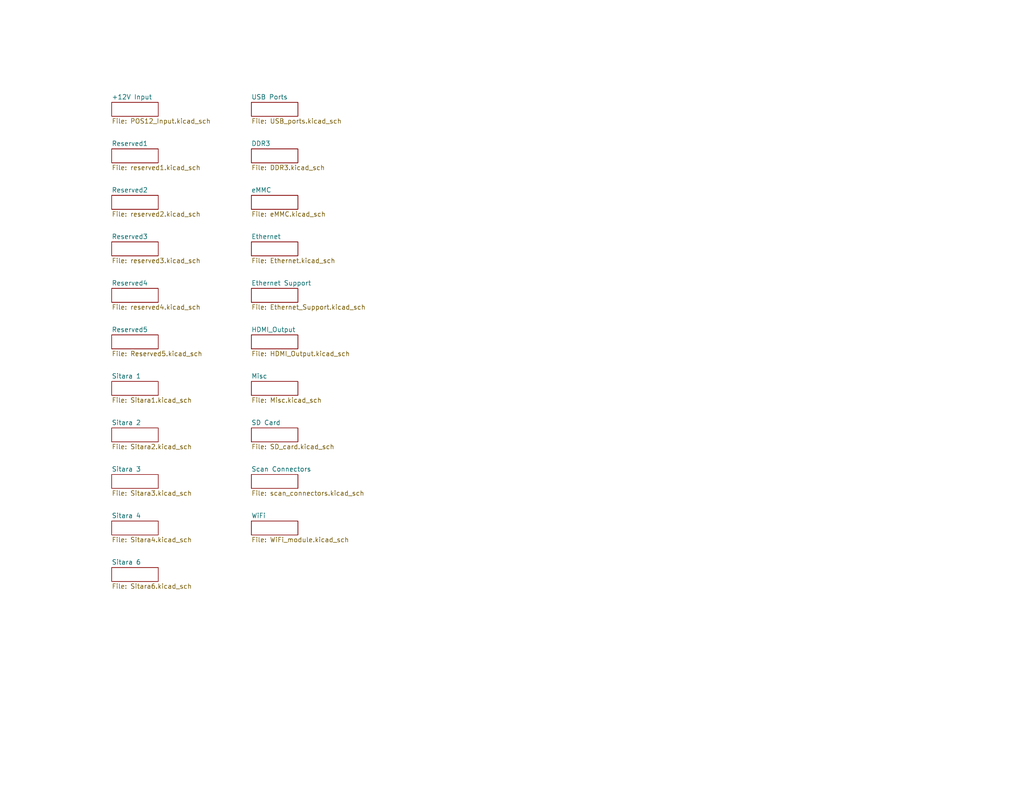
<source format=kicad_sch>
(kicad_sch (version 20211123) (generator eeschema)
  (paper "A")
  (title_block (title "drewSBC") (date "2022-06-26") (rev "PRELIM") (company "Drew Maatman"))
  (lib_symbols)
  (sheet (at 30.48 27.94) (size 12.7 3.81) (stroke (width 0.1524))
    (property "Sheet name" "+12V Input" (at 30.48 27.2284 0) (effects (justify left bottom)))
    (property "Sheet file" "POS12_Input.kicad_sch" (at 30.48 32.3346 0) (effects (justify left top)))
  )
  (sheet (at 30.48 104.14) (size 12.7 3.81) (stroke (width 0.1524))
    (property "Sheet name" "Sitara 1" (at 30.48 103.4284 0) (effects (justify left bottom)))
    (property "Sheet file" "Sitara1.kicad_sch" (at 30.48 108.5346 0) (effects (justify left top)))
  )
  (sheet (at 68.58 129.54) (size 12.7 3.81) (stroke (width 0.1524))
    (property "Sheet name" "Scan Connectors" (at 68.58 128.8284 0) (effects (justify left bottom)))
    (property "Sheet file" "scan_connectors.kicad_sch" (at 68.58 133.9346 0) (effects (justify left top)))
  )
  (sheet (at 30.48 78.74) (size 12.7 3.81) (stroke (width 0.1524))
    (property "Sheet name" "Reserved4" (at 30.48 78.0284 0) (effects (justify left bottom)))
    (property "Sheet file" "reserved4.kicad_sch" (at 30.48 83.1346 0) (effects (justify left top)))
  )
  (sheet (at 30.48 129.54) (size 12.7 3.81) (stroke (width 0.1524))
    (property "Sheet name" "Sitara 3" (at 30.48 128.8284 0) (effects (justify left bottom)))
    (property "Sheet file" "Sitara3.kicad_sch" (at 30.48 133.9346 0) (effects (justify left top)))
  )
  (sheet (at 68.58 104.14) (size 12.7 3.81) (stroke (width 0.1524))
    (property "Sheet name" "Misc" (at 68.58 103.4284 0) (effects (justify left bottom)))
    (property "Sheet file" "Misc.kicad_sch" (at 68.58 108.5346 0) (effects (justify left top)))
  )
  (sheet (at 68.58 66.04) (size 12.7 3.81) (stroke (width 0.1524))
    (property "Sheet name" "Ethernet" (at 68.58 65.3284 0) (effects (justify left bottom)))
    (property "Sheet file" "Ethernet.kicad_sch" (at 68.58 70.4346 0) (effects (justify left top)))
  )
  (sheet (at 68.58 27.94) (size 12.7 3.81) (stroke (width 0.1524))
    (property "Sheet name" "USB Ports" (at 68.58 27.2284 0) (effects (justify left bottom)))
    (property "Sheet file" "USB_ports.kicad_sch" (at 68.58 32.3346 0) (effects (justify left top)))
  )
  (sheet (at 30.48 91.44) (size 12.7 3.81) (stroke (width 0.1524))
    (property "Sheet name" "Reserved5" (at 30.48 90.7284 0) (effects (justify left bottom)))
    (property "Sheet file" "Reserved5.kicad_sch" (at 30.48 95.8346 0) (effects (justify left top)))
  )
  (sheet (at 30.48 154.94) (size 12.7 3.81) (stroke (width 0.1524))
    (property "Sheet name" "Sitara 6" (at 30.48 154.2284 0) (effects (justify left bottom)))
    (property "Sheet file" "Sitara6.kicad_sch" (at 30.48 159.3346 0) (effects (justify left top)))
  )
  (sheet (at 30.48 142.24) (size 12.7 3.81) (stroke (width 0.1524))
    (property "Sheet name" "Sitara 4" (at 30.48 141.5284 0) (effects (justify left bottom)))
    (property "Sheet file" "Sitara4.kicad_sch" (at 30.48 146.6346 0) (effects (justify left top)))
  )
  (sheet (at 30.48 40.64) (size 12.7 3.81) (stroke (width 0.1524))
    (property "Sheet name" "Reserved1" (at 30.48 39.9284 0) (effects (justify left bottom)))
    (property "Sheet file" "reserved1.kicad_sch" (at 30.48 45.0346 0) (effects (justify left top)))
  )
  (sheet (at 30.48 66.04) (size 12.7 3.81) (stroke (width 0.1524))
    (property "Sheet name" "Reserved3" (at 30.48 65.3284 0) (effects (justify left bottom)))
    (property "Sheet file" "reserved3.kicad_sch" (at 30.48 70.4346 0) (effects (justify left top)))
  )
  (sheet (at 30.48 53.34) (size 12.7 3.81) (stroke (width 0.1524))
    (property "Sheet name" "Reserved2" (at 30.48 52.6284 0) (effects (justify left bottom)))
    (property "Sheet file" "reserved2.kicad_sch" (at 30.48 57.7346 0) (effects (justify left top)))
  )
  (sheet (at 68.58 91.44) (size 12.7 3.81) (stroke (width 0.1524))
    (property "Sheet name" "HDMI_Output" (at 68.58 90.7284 0) (effects (justify left bottom)))
    (property "Sheet file" "HDMI_Output.kicad_sch" (at 68.58 95.8346 0) (effects (justify left top)))
  )
  (sheet (at 68.58 53.34) (size 12.7 3.81) (stroke (width 0.1524))
    (property "Sheet name" "eMMC" (at 68.58 52.6284 0) (effects (justify left bottom)))
    (property "Sheet file" "eMMC.kicad_sch" (at 68.58 57.7346 0) (effects (justify left top)))
  )
  (sheet (at 30.48 116.84) (size 12.7 3.81) (stroke (width 0.1524))
    (property "Sheet name" "Sitara 2" (at 30.48 116.1284 0) (effects (justify left bottom)))
    (property "Sheet file" "Sitara2.kicad_sch" (at 30.48 121.2346 0) (effects (justify left top)))
  )
  (sheet (at 68.58 78.74) (size 12.7 3.81) (stroke (width 0.1524))
    (property "Sheet name" "Ethernet Support" (at 68.58 78.0284 0) (effects (justify left bottom)))
    (property "Sheet file" "Ethernet_Support.kicad_sch" (at 68.58 83.1346 0) (effects (justify left top)))
  )
  (sheet (at 68.58 40.64) (size 12.7 3.81) (stroke (width 0.1524))
    (property "Sheet name" "DDR3" (at 68.58 39.9284 0) (effects (justify left bottom)))
    (property "Sheet file" "DDR3.kicad_sch" (at 68.58 45.0346 0) (effects (justify left top)))
  )
  (sheet (at 68.58 116.84) (size 12.7 3.81) (stroke (width 0.1524))
    (property "Sheet name" "SD Card" (at 68.58 116.1284 0) (effects (justify left bottom)))
    (property "Sheet file" "SD_card.kicad_sch" (at 68.58 121.2346 0) (effects (justify left top)))
  )
  (sheet (at 68.58 142.24) (size 12.7 3.81) (stroke (width 0.1524))
    (property "Sheet name" "WiFi" (at 68.58 141.5284 0) (effects (justify left bottom)))
    (property "Sheet file" "WiFi_module.kicad_sch" (at 68.58 146.6346 0) (effects (justify left top)))
  )
)
</source>
